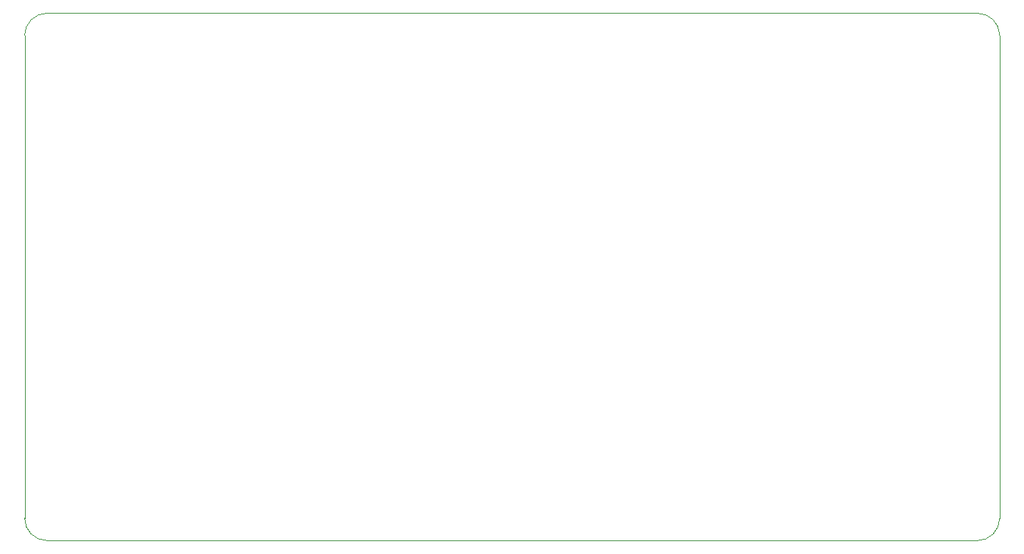
<source format=gbr>
%TF.GenerationSoftware,KiCad,Pcbnew,9.0.1*%
%TF.CreationDate,2025-04-20T12:35:35+07:00*%
%TF.ProjectId,IREC-FlighComputer,49524543-2d46-46c6-9967-68436f6d7075,rev?*%
%TF.SameCoordinates,Original*%
%TF.FileFunction,Profile,NP*%
%FSLAX46Y46*%
G04 Gerber Fmt 4.6, Leading zero omitted, Abs format (unit mm)*
G04 Created by KiCad (PCBNEW 9.0.1) date 2025-04-20 12:35:35*
%MOMM*%
%LPD*%
G01*
G04 APERTURE LIST*
%TA.AperFunction,Profile*%
%ADD10C,0.050000*%
%TD*%
G04 APERTURE END LIST*
D10*
X201500000Y-118000000D02*
X97500000Y-118000000D01*
X95000000Y-115500000D02*
X95000000Y-61500000D01*
X97500000Y-59000000D02*
X201500000Y-59000000D01*
X95000000Y-61500000D02*
G75*
G02*
X97500000Y-59000000I2500000J0D01*
G01*
X201500000Y-59000000D02*
G75*
G02*
X204000000Y-61500000I0J-2500000D01*
G01*
X97500000Y-118000000D02*
G75*
G02*
X95000000Y-115500000I0J2500000D01*
G01*
X204000000Y-61500000D02*
X204000000Y-115500000D01*
X204000000Y-115500000D02*
G75*
G02*
X201500000Y-118000000I-2500000J0D01*
G01*
M02*

</source>
